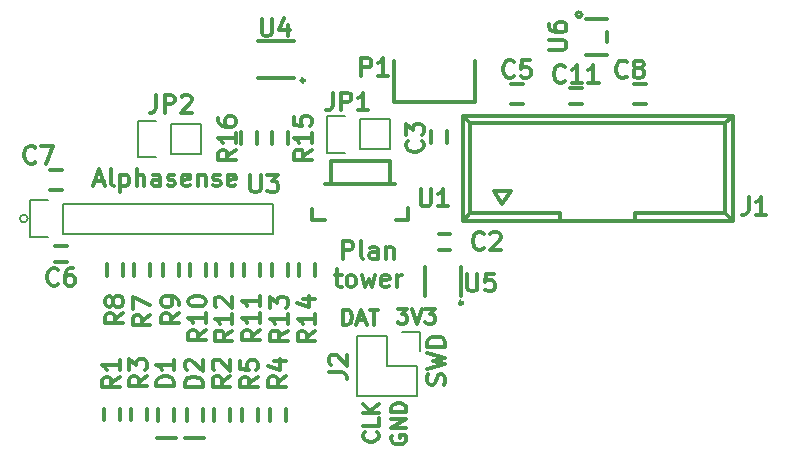
<source format=gto>
G04 #@! TF.FileFunction,Legend,Top*
%FSLAX46Y46*%
G04 Gerber Fmt 4.6, Leading zero omitted, Abs format (unit mm)*
G04 Created by KiCad (PCBNEW 4.0.0-rc1-stable) date 2.2.2017 17:57:57*
%MOMM*%
G01*
G04 APERTURE LIST*
%ADD10C,0.100000*%
%ADD11C,0.300000*%
%ADD12C,0.200000*%
%ADD13C,0.150000*%
G04 APERTURE END LIST*
D10*
D11*
X27847143Y20021429D02*
X27847143Y21521429D01*
X28418571Y21521429D01*
X28561429Y21450000D01*
X28632857Y21378571D01*
X28704286Y21235714D01*
X28704286Y21021429D01*
X28632857Y20878571D01*
X28561429Y20807143D01*
X28418571Y20735714D01*
X27847143Y20735714D01*
X29561429Y20021429D02*
X29418571Y20092857D01*
X29347143Y20235714D01*
X29347143Y21521429D01*
X30775714Y20021429D02*
X30775714Y20807143D01*
X30704285Y20950000D01*
X30561428Y21021429D01*
X30275714Y21021429D01*
X30132857Y20950000D01*
X30775714Y20092857D02*
X30632857Y20021429D01*
X30275714Y20021429D01*
X30132857Y20092857D01*
X30061428Y20235714D01*
X30061428Y20378571D01*
X30132857Y20521429D01*
X30275714Y20592857D01*
X30632857Y20592857D01*
X30775714Y20664286D01*
X31490000Y21021429D02*
X31490000Y20021429D01*
X31490000Y20878571D02*
X31561428Y20950000D01*
X31704286Y21021429D01*
X31918571Y21021429D01*
X32061428Y20950000D01*
X32132857Y20807143D01*
X32132857Y20021429D01*
X27132857Y18621429D02*
X27704286Y18621429D01*
X27347143Y19121429D02*
X27347143Y17835714D01*
X27418571Y17692857D01*
X27561429Y17621429D01*
X27704286Y17621429D01*
X28418572Y17621429D02*
X28275714Y17692857D01*
X28204286Y17764286D01*
X28132857Y17907143D01*
X28132857Y18335714D01*
X28204286Y18478571D01*
X28275714Y18550000D01*
X28418572Y18621429D01*
X28632857Y18621429D01*
X28775714Y18550000D01*
X28847143Y18478571D01*
X28918572Y18335714D01*
X28918572Y17907143D01*
X28847143Y17764286D01*
X28775714Y17692857D01*
X28632857Y17621429D01*
X28418572Y17621429D01*
X29418572Y18621429D02*
X29704286Y17621429D01*
X29990000Y18335714D01*
X30275715Y17621429D01*
X30561429Y18621429D01*
X31704286Y17692857D02*
X31561429Y17621429D01*
X31275715Y17621429D01*
X31132858Y17692857D01*
X31061429Y17835714D01*
X31061429Y18407143D01*
X31132858Y18550000D01*
X31275715Y18621429D01*
X31561429Y18621429D01*
X31704286Y18550000D01*
X31775715Y18407143D01*
X31775715Y18264286D01*
X31061429Y18121429D01*
X32418572Y17621429D02*
X32418572Y18621429D01*
X32418572Y18335714D02*
X32490000Y18478571D01*
X32561429Y18550000D01*
X32704286Y18621429D01*
X32847143Y18621429D01*
X6845714Y26580000D02*
X7560000Y26580000D01*
X6702857Y26151429D02*
X7202857Y27651429D01*
X7702857Y26151429D01*
X8417143Y26151429D02*
X8274285Y26222857D01*
X8202857Y26365714D01*
X8202857Y27651429D01*
X8988571Y27151429D02*
X8988571Y25651429D01*
X8988571Y27080000D02*
X9131428Y27151429D01*
X9417142Y27151429D01*
X9559999Y27080000D01*
X9631428Y27008571D01*
X9702857Y26865714D01*
X9702857Y26437143D01*
X9631428Y26294286D01*
X9559999Y26222857D01*
X9417142Y26151429D01*
X9131428Y26151429D01*
X8988571Y26222857D01*
X10345714Y26151429D02*
X10345714Y27651429D01*
X10988571Y26151429D02*
X10988571Y26937143D01*
X10917142Y27080000D01*
X10774285Y27151429D01*
X10560000Y27151429D01*
X10417142Y27080000D01*
X10345714Y27008571D01*
X12345714Y26151429D02*
X12345714Y26937143D01*
X12274285Y27080000D01*
X12131428Y27151429D01*
X11845714Y27151429D01*
X11702857Y27080000D01*
X12345714Y26222857D02*
X12202857Y26151429D01*
X11845714Y26151429D01*
X11702857Y26222857D01*
X11631428Y26365714D01*
X11631428Y26508571D01*
X11702857Y26651429D01*
X11845714Y26722857D01*
X12202857Y26722857D01*
X12345714Y26794286D01*
X12988571Y26222857D02*
X13131428Y26151429D01*
X13417143Y26151429D01*
X13560000Y26222857D01*
X13631428Y26365714D01*
X13631428Y26437143D01*
X13560000Y26580000D01*
X13417143Y26651429D01*
X13202857Y26651429D01*
X13060000Y26722857D01*
X12988571Y26865714D01*
X12988571Y26937143D01*
X13060000Y27080000D01*
X13202857Y27151429D01*
X13417143Y27151429D01*
X13560000Y27080000D01*
X14845714Y26222857D02*
X14702857Y26151429D01*
X14417143Y26151429D01*
X14274286Y26222857D01*
X14202857Y26365714D01*
X14202857Y26937143D01*
X14274286Y27080000D01*
X14417143Y27151429D01*
X14702857Y27151429D01*
X14845714Y27080000D01*
X14917143Y26937143D01*
X14917143Y26794286D01*
X14202857Y26651429D01*
X15560000Y27151429D02*
X15560000Y26151429D01*
X15560000Y27008571D02*
X15631428Y27080000D01*
X15774286Y27151429D01*
X15988571Y27151429D01*
X16131428Y27080000D01*
X16202857Y26937143D01*
X16202857Y26151429D01*
X16845714Y26222857D02*
X16988571Y26151429D01*
X17274286Y26151429D01*
X17417143Y26222857D01*
X17488571Y26365714D01*
X17488571Y26437143D01*
X17417143Y26580000D01*
X17274286Y26651429D01*
X17060000Y26651429D01*
X16917143Y26722857D01*
X16845714Y26865714D01*
X16845714Y26937143D01*
X16917143Y27080000D01*
X17060000Y27151429D01*
X17274286Y27151429D01*
X17417143Y27080000D01*
X18702857Y26222857D02*
X18560000Y26151429D01*
X18274286Y26151429D01*
X18131429Y26222857D01*
X18060000Y26365714D01*
X18060000Y26937143D01*
X18131429Y27080000D01*
X18274286Y27151429D01*
X18560000Y27151429D01*
X18702857Y27080000D01*
X18774286Y26937143D01*
X18774286Y26794286D01*
X18060000Y26651429D01*
D12*
X1124500Y23420000D02*
G75*
G03X1124500Y23420000I-324500J0D01*
G01*
D11*
X36407143Y9364286D02*
X36478571Y9578572D01*
X36478571Y9935715D01*
X36407143Y10078572D01*
X36335714Y10150001D01*
X36192857Y10221429D01*
X36050000Y10221429D01*
X35907143Y10150001D01*
X35835714Y10078572D01*
X35764286Y9935715D01*
X35692857Y9650001D01*
X35621429Y9507143D01*
X35550000Y9435715D01*
X35407143Y9364286D01*
X35264286Y9364286D01*
X35121429Y9435715D01*
X35050000Y9507143D01*
X34978571Y9650001D01*
X34978571Y10007143D01*
X35050000Y10221429D01*
X34978571Y10721429D02*
X36478571Y11078572D01*
X35407143Y11364286D01*
X36478571Y11650000D01*
X34978571Y12007143D01*
X36478571Y12578572D02*
X34978571Y12578572D01*
X34978571Y12935715D01*
X35050000Y13150000D01*
X35192857Y13292858D01*
X35335714Y13364286D01*
X35621429Y13435715D01*
X35835714Y13435715D01*
X36121429Y13364286D01*
X36264286Y13292858D01*
X36407143Y13150000D01*
X36478571Y12935715D01*
X36478571Y12578572D01*
X31960000Y5049524D02*
X31898095Y4925715D01*
X31898095Y4740000D01*
X31960000Y4554286D01*
X32083810Y4430477D01*
X32207619Y4368572D01*
X32455238Y4306667D01*
X32640952Y4306667D01*
X32888571Y4368572D01*
X33012381Y4430477D01*
X33136190Y4554286D01*
X33198095Y4740000D01*
X33198095Y4863810D01*
X33136190Y5049524D01*
X33074286Y5111429D01*
X32640952Y5111429D01*
X32640952Y4863810D01*
X33198095Y5668572D02*
X31898095Y5668572D01*
X33198095Y6411429D01*
X31898095Y6411429D01*
X33198095Y7030477D02*
X31898095Y7030477D01*
X31898095Y7340001D01*
X31960000Y7525715D01*
X32083810Y7649524D01*
X32207619Y7711429D01*
X32455238Y7773334D01*
X32640952Y7773334D01*
X32888571Y7711429D01*
X33012381Y7649524D01*
X33136190Y7525715D01*
X33198095Y7340001D01*
X33198095Y7030477D01*
X30724286Y5341191D02*
X30786190Y5279286D01*
X30848095Y5093572D01*
X30848095Y4969762D01*
X30786190Y4784048D01*
X30662381Y4660239D01*
X30538571Y4598334D01*
X30290952Y4536429D01*
X30105238Y4536429D01*
X29857619Y4598334D01*
X29733810Y4660239D01*
X29610000Y4784048D01*
X29548095Y4969762D01*
X29548095Y5093572D01*
X29610000Y5279286D01*
X29671905Y5341191D01*
X30848095Y6517381D02*
X30848095Y5898334D01*
X29548095Y5898334D01*
X30848095Y6950715D02*
X29548095Y6950715D01*
X30848095Y7693572D02*
X30105238Y7136429D01*
X29548095Y7693572D02*
X30290952Y6950715D01*
X32460476Y15801905D02*
X33265238Y15801905D01*
X32831905Y15306667D01*
X33017619Y15306667D01*
X33141429Y15244762D01*
X33203333Y15182857D01*
X33265238Y15059048D01*
X33265238Y14749524D01*
X33203333Y14625714D01*
X33141429Y14563810D01*
X33017619Y14501905D01*
X32646191Y14501905D01*
X32522381Y14563810D01*
X32460476Y14625714D01*
X33636667Y15801905D02*
X34070000Y14501905D01*
X34503333Y15801905D01*
X34812857Y15801905D02*
X35617619Y15801905D01*
X35184286Y15306667D01*
X35370000Y15306667D01*
X35493810Y15244762D01*
X35555714Y15182857D01*
X35617619Y15059048D01*
X35617619Y14749524D01*
X35555714Y14625714D01*
X35493810Y14563810D01*
X35370000Y14501905D01*
X34998572Y14501905D01*
X34874762Y14563810D01*
X34812857Y14625714D01*
X27847143Y14421905D02*
X27847143Y15721905D01*
X28156667Y15721905D01*
X28342381Y15660000D01*
X28466190Y15536190D01*
X28528095Y15412381D01*
X28590000Y15164762D01*
X28590000Y14979048D01*
X28528095Y14731429D01*
X28466190Y14607619D01*
X28342381Y14483810D01*
X28156667Y14421905D01*
X27847143Y14421905D01*
X29085238Y14793333D02*
X29704286Y14793333D01*
X28961429Y14421905D02*
X29394762Y15721905D01*
X29828095Y14421905D01*
X30075715Y15721905D02*
X30818572Y15721905D01*
X30447143Y14421905D02*
X30447143Y15721905D01*
X48033607Y40680000D02*
G75*
G03X48033607Y40680000I-223607J0D01*
G01*
X50185000Y39180000D02*
X50185000Y38780000D01*
X50185000Y38780000D02*
X50185000Y38380000D01*
X50185000Y40305000D02*
X48435000Y40305000D01*
X50185000Y37255000D02*
X48435000Y37255000D01*
X37964222Y16280000D02*
G75*
G03X37964222Y16280000I-144222J0D01*
G01*
X34800000Y19340000D02*
X34800000Y16840000D01*
X37800000Y19340000D02*
X37800000Y16840000D01*
X24551421Y35130000D02*
G75*
G03X24551421Y35130000I-141421J0D01*
G01*
X20610000Y35330000D02*
X23710000Y35330000D01*
X20610000Y38430000D02*
X23710000Y38430000D01*
D13*
X4160000Y22150000D02*
X21940000Y22150000D01*
X21940000Y22150000D02*
X21940000Y24690000D01*
X21940000Y24690000D02*
X4160000Y24690000D01*
X1340000Y21870000D02*
X2890000Y21870000D01*
X4160000Y22150000D02*
X4160000Y24690000D01*
X2890000Y24970000D02*
X1340000Y24970000D01*
X1340000Y24970000D02*
X1340000Y21870000D01*
D11*
X26780000Y26310000D02*
X26330000Y26310000D01*
X31780000Y26310000D02*
X32230000Y26310000D01*
X31780000Y26310000D02*
X31780000Y28310000D01*
X31780000Y28310000D02*
X26780000Y28310000D01*
X26780000Y28310000D02*
X26780000Y26310000D01*
X26780000Y26310000D02*
X29280000Y26310000D01*
X29280000Y26310000D02*
X31780000Y26310000D01*
X25230000Y23310000D02*
X25230000Y24210000D01*
X26280000Y23310000D02*
X25230000Y23310000D01*
X33330000Y24310000D02*
X33330000Y23310000D01*
X33330000Y23310000D02*
X32280000Y23310000D01*
X19225000Y29730000D02*
X19225000Y30730000D01*
X20575000Y30730000D02*
X20575000Y29730000D01*
X21815000Y29730000D02*
X21815000Y30730000D01*
X23165000Y30730000D02*
X23165000Y29730000D01*
X25480000Y19580000D02*
X25480000Y18580000D01*
X24130000Y18580000D02*
X24130000Y19580000D01*
X21805000Y18580000D02*
X21805000Y19580000D01*
X23155000Y19580000D02*
X23155000Y18580000D01*
X18455000Y19580000D02*
X18455000Y18580000D01*
X17105000Y18580000D02*
X17105000Y19580000D01*
X19455000Y18580000D02*
X19455000Y19580000D01*
X20805000Y19580000D02*
X20805000Y18580000D01*
X16235000Y19570000D02*
X16235000Y18570000D01*
X14885000Y18570000D02*
X14885000Y19570000D01*
X13955000Y19570000D02*
X13955000Y18570000D01*
X12605000Y18570000D02*
X12605000Y19570000D01*
X9215000Y19570000D02*
X9215000Y18570000D01*
X7865000Y18570000D02*
X7865000Y19570000D01*
X11525000Y19570000D02*
X11525000Y18570000D01*
X10175000Y18570000D02*
X10175000Y19570000D01*
X19295000Y6300000D02*
X19295000Y7300000D01*
X20645000Y7300000D02*
X20645000Y6300000D01*
X21665000Y6300000D02*
X21665000Y7300000D01*
X23015000Y7300000D02*
X23015000Y6300000D01*
X11235000Y7330000D02*
X11235000Y6330000D01*
X9885000Y6330000D02*
X9885000Y7330000D01*
X18285000Y7300000D02*
X18285000Y6300000D01*
X16935000Y6300000D02*
X16935000Y7300000D01*
X7585000Y6330000D02*
X7585000Y7330000D01*
X8935000Y7330000D02*
X8935000Y6330000D01*
D13*
X10470000Y28620000D02*
X12020000Y28620000D01*
X15830000Y28900000D02*
X13290000Y28900000D01*
X13290000Y28900000D02*
X13290000Y31440000D01*
X12020000Y31720000D02*
X10470000Y31720000D01*
X10470000Y31720000D02*
X10470000Y28620000D01*
X13290000Y31440000D02*
X15830000Y31440000D01*
X15830000Y31440000D02*
X15830000Y28900000D01*
X26480000Y28990000D02*
X28030000Y28990000D01*
X31840000Y29270000D02*
X29300000Y29270000D01*
X29300000Y29270000D02*
X29300000Y31810000D01*
X28030000Y32090000D02*
X26480000Y32090000D01*
X26480000Y32090000D02*
X26480000Y28990000D01*
X29300000Y31810000D02*
X31840000Y31810000D01*
X31840000Y31810000D02*
X31840000Y29270000D01*
D11*
X58280000Y23245000D02*
X60820000Y23245000D01*
X57645000Y23880000D02*
X60185000Y23880000D01*
X57645000Y31500000D02*
X60185000Y31500000D01*
X58280000Y32135000D02*
X60820000Y32135000D01*
X38595000Y31500000D02*
X37960000Y32135000D01*
X38595000Y23880000D02*
X37960000Y23245000D01*
X60185000Y23880000D02*
X60820000Y23245000D01*
X60185000Y31500000D02*
X60820000Y32135000D01*
X52565000Y23245000D02*
X52565000Y23880000D01*
X52565000Y23880000D02*
X57645000Y23880000D01*
X60185000Y23880000D02*
X60185000Y31500000D01*
X57645000Y31500000D02*
X38595000Y31500000D01*
X38595000Y31500000D02*
X38595000Y23880000D01*
X38595000Y23880000D02*
X46215000Y23880000D01*
X46215000Y23880000D02*
X46215000Y23245000D01*
X37960000Y23245000D02*
X58280000Y23245000D01*
X58280000Y32135000D02*
X37960000Y32135000D01*
X37960000Y32135000D02*
X37960000Y23245000D01*
X60820000Y32135000D02*
X60820000Y23245000D01*
X40621920Y25721500D02*
X41320420Y24652160D01*
X41320420Y24652160D02*
X42021460Y25721500D01*
X42021460Y25721500D02*
X40621920Y25721500D01*
X14460000Y4810000D02*
X16050000Y4810000D01*
X15935000Y7310000D02*
X15935000Y6310000D01*
X14585000Y6310000D02*
X14585000Y7310000D01*
X12060000Y4810000D02*
X13650000Y4810000D01*
X13535000Y7310000D02*
X13535000Y6310000D01*
X12185000Y6310000D02*
X12185000Y7310000D01*
X53500000Y34800000D02*
X52500000Y34800000D01*
X52500000Y33100000D02*
X53500000Y33100000D01*
X3050000Y25830000D02*
X4050000Y25830000D01*
X4050000Y27530000D02*
X3050000Y27530000D01*
X4480000Y19725000D02*
X3480000Y19725000D01*
X3480000Y21075000D02*
X4480000Y21075000D01*
X43050000Y34840000D02*
X42050000Y34840000D01*
X42050000Y33140000D02*
X43050000Y33140000D01*
X35255000Y29810000D02*
X35255000Y30810000D01*
X36605000Y30810000D02*
X36605000Y29810000D01*
X36930000Y20775000D02*
X35930000Y20775000D01*
X35930000Y22125000D02*
X36930000Y22125000D01*
X47070000Y34455000D02*
X48070000Y34455000D01*
X48070000Y33105000D02*
X47070000Y33105000D01*
D13*
X34360000Y13790000D02*
X32810000Y13790000D01*
X34360000Y12240000D02*
X34360000Y13790000D01*
X34360000Y12240000D02*
X34360000Y13790000D01*
X34080000Y10970000D02*
X31540000Y10970000D01*
X31540000Y10970000D02*
X31540000Y13510000D01*
X31540000Y13510000D02*
X29000000Y13510000D01*
X29000000Y13510000D02*
X29000000Y8430000D01*
X29000000Y8430000D02*
X34080000Y8430000D01*
X34080000Y8430000D02*
X34080000Y10970000D01*
D11*
X39030000Y33315000D02*
X39030000Y36770000D01*
X32170000Y36770000D02*
X32170000Y33315000D01*
X32170000Y33315000D02*
X39030000Y33315000D01*
X45248571Y37697143D02*
X46462857Y37697143D01*
X46605714Y37768571D01*
X46677143Y37840000D01*
X46748571Y37982857D01*
X46748571Y38268571D01*
X46677143Y38411429D01*
X46605714Y38482857D01*
X46462857Y38554286D01*
X45248571Y38554286D01*
X45248571Y39911429D02*
X45248571Y39625715D01*
X45320000Y39482858D01*
X45391429Y39411429D01*
X45605714Y39268572D01*
X45891429Y39197143D01*
X46462857Y39197143D01*
X46605714Y39268572D01*
X46677143Y39340000D01*
X46748571Y39482858D01*
X46748571Y39768572D01*
X46677143Y39911429D01*
X46605714Y39982858D01*
X46462857Y40054286D01*
X46105714Y40054286D01*
X45962857Y39982858D01*
X45891429Y39911429D01*
X45820000Y39768572D01*
X45820000Y39482858D01*
X45891429Y39340000D01*
X45962857Y39268572D01*
X46105714Y39197143D01*
X38357143Y18761429D02*
X38357143Y17547143D01*
X38428571Y17404286D01*
X38500000Y17332857D01*
X38642857Y17261429D01*
X38928571Y17261429D01*
X39071429Y17332857D01*
X39142857Y17404286D01*
X39214286Y17547143D01*
X39214286Y18761429D01*
X40642858Y18761429D02*
X39928572Y18761429D01*
X39857143Y18047143D01*
X39928572Y18118571D01*
X40071429Y18190000D01*
X40428572Y18190000D01*
X40571429Y18118571D01*
X40642858Y18047143D01*
X40714286Y17904286D01*
X40714286Y17547143D01*
X40642858Y17404286D01*
X40571429Y17332857D01*
X40428572Y17261429D01*
X40071429Y17261429D01*
X39928572Y17332857D01*
X39857143Y17404286D01*
X20947143Y40351429D02*
X20947143Y39137143D01*
X21018571Y38994286D01*
X21090000Y38922857D01*
X21232857Y38851429D01*
X21518571Y38851429D01*
X21661429Y38922857D01*
X21732857Y38994286D01*
X21804286Y39137143D01*
X21804286Y40351429D01*
X23161429Y39851429D02*
X23161429Y38851429D01*
X22804286Y40422857D02*
X22447143Y39351429D01*
X23375715Y39351429D01*
X19987143Y27141429D02*
X19987143Y25927143D01*
X20058571Y25784286D01*
X20130000Y25712857D01*
X20272857Y25641429D01*
X20558571Y25641429D01*
X20701429Y25712857D01*
X20772857Y25784286D01*
X20844286Y25927143D01*
X20844286Y27141429D01*
X21415715Y27141429D02*
X22344286Y27141429D01*
X21844286Y26570000D01*
X22058572Y26570000D01*
X22201429Y26498571D01*
X22272858Y26427143D01*
X22344286Y26284286D01*
X22344286Y25927143D01*
X22272858Y25784286D01*
X22201429Y25712857D01*
X22058572Y25641429D01*
X21630000Y25641429D01*
X21487143Y25712857D01*
X21415715Y25784286D01*
X34397143Y25951429D02*
X34397143Y24737143D01*
X34468571Y24594286D01*
X34540000Y24522857D01*
X34682857Y24451429D01*
X34968571Y24451429D01*
X35111429Y24522857D01*
X35182857Y24594286D01*
X35254286Y24737143D01*
X35254286Y25951429D01*
X36754286Y24451429D02*
X35897143Y24451429D01*
X36325715Y24451429D02*
X36325715Y25951429D01*
X36182858Y25737143D01*
X36040000Y25594286D01*
X35897143Y25522857D01*
X18758571Y29215715D02*
X18044286Y28715715D01*
X18758571Y28358572D02*
X17258571Y28358572D01*
X17258571Y28930000D01*
X17330000Y29072858D01*
X17401429Y29144286D01*
X17544286Y29215715D01*
X17758571Y29215715D01*
X17901429Y29144286D01*
X17972857Y29072858D01*
X18044286Y28930000D01*
X18044286Y28358572D01*
X18758571Y30644286D02*
X18758571Y29787143D01*
X18758571Y30215715D02*
X17258571Y30215715D01*
X17472857Y30072858D01*
X17615714Y29930000D01*
X17687143Y29787143D01*
X17258571Y31930000D02*
X17258571Y31644286D01*
X17330000Y31501429D01*
X17401429Y31430000D01*
X17615714Y31287143D01*
X17901429Y31215714D01*
X18472857Y31215714D01*
X18615714Y31287143D01*
X18687143Y31358571D01*
X18758571Y31501429D01*
X18758571Y31787143D01*
X18687143Y31930000D01*
X18615714Y32001429D01*
X18472857Y32072857D01*
X18115714Y32072857D01*
X17972857Y32001429D01*
X17901429Y31930000D01*
X17830000Y31787143D01*
X17830000Y31501429D01*
X17901429Y31358571D01*
X17972857Y31287143D01*
X18115714Y31215714D01*
X25178571Y29255715D02*
X24464286Y28755715D01*
X25178571Y28398572D02*
X23678571Y28398572D01*
X23678571Y28970000D01*
X23750000Y29112858D01*
X23821429Y29184286D01*
X23964286Y29255715D01*
X24178571Y29255715D01*
X24321429Y29184286D01*
X24392857Y29112858D01*
X24464286Y28970000D01*
X24464286Y28398572D01*
X25178571Y30684286D02*
X25178571Y29827143D01*
X25178571Y30255715D02*
X23678571Y30255715D01*
X23892857Y30112858D01*
X24035714Y29970000D01*
X24107143Y29827143D01*
X23678571Y32041429D02*
X23678571Y31327143D01*
X24392857Y31255714D01*
X24321429Y31327143D01*
X24250000Y31470000D01*
X24250000Y31827143D01*
X24321429Y31970000D01*
X24392857Y32041429D01*
X24535714Y32112857D01*
X24892857Y32112857D01*
X25035714Y32041429D01*
X25107143Y31970000D01*
X25178571Y31827143D01*
X25178571Y31470000D01*
X25107143Y31327143D01*
X25035714Y31255714D01*
X25483571Y13915715D02*
X24769286Y13415715D01*
X25483571Y13058572D02*
X23983571Y13058572D01*
X23983571Y13630000D01*
X24055000Y13772858D01*
X24126429Y13844286D01*
X24269286Y13915715D01*
X24483571Y13915715D01*
X24626429Y13844286D01*
X24697857Y13772858D01*
X24769286Y13630000D01*
X24769286Y13058572D01*
X25483571Y15344286D02*
X25483571Y14487143D01*
X25483571Y14915715D02*
X23983571Y14915715D01*
X24197857Y14772858D01*
X24340714Y14630000D01*
X24412143Y14487143D01*
X24483571Y16630000D02*
X25483571Y16630000D01*
X23912143Y16272857D02*
X24983571Y15915714D01*
X24983571Y16844286D01*
X23158571Y13940715D02*
X22444286Y13440715D01*
X23158571Y13083572D02*
X21658571Y13083572D01*
X21658571Y13655000D01*
X21730000Y13797858D01*
X21801429Y13869286D01*
X21944286Y13940715D01*
X22158571Y13940715D01*
X22301429Y13869286D01*
X22372857Y13797858D01*
X22444286Y13655000D01*
X22444286Y13083572D01*
X23158571Y15369286D02*
X23158571Y14512143D01*
X23158571Y14940715D02*
X21658571Y14940715D01*
X21872857Y14797858D01*
X22015714Y14655000D01*
X22087143Y14512143D01*
X21658571Y15869286D02*
X21658571Y16797857D01*
X22230000Y16297857D01*
X22230000Y16512143D01*
X22301429Y16655000D01*
X22372857Y16726429D01*
X22515714Y16797857D01*
X22872857Y16797857D01*
X23015714Y16726429D01*
X23087143Y16655000D01*
X23158571Y16512143D01*
X23158571Y16083571D01*
X23087143Y15940714D01*
X23015714Y15869286D01*
X18458571Y13940715D02*
X17744286Y13440715D01*
X18458571Y13083572D02*
X16958571Y13083572D01*
X16958571Y13655000D01*
X17030000Y13797858D01*
X17101429Y13869286D01*
X17244286Y13940715D01*
X17458571Y13940715D01*
X17601429Y13869286D01*
X17672857Y13797858D01*
X17744286Y13655000D01*
X17744286Y13083572D01*
X18458571Y15369286D02*
X18458571Y14512143D01*
X18458571Y14940715D02*
X16958571Y14940715D01*
X17172857Y14797858D01*
X17315714Y14655000D01*
X17387143Y14512143D01*
X17101429Y15940714D02*
X17030000Y16012143D01*
X16958571Y16155000D01*
X16958571Y16512143D01*
X17030000Y16655000D01*
X17101429Y16726429D01*
X17244286Y16797857D01*
X17387143Y16797857D01*
X17601429Y16726429D01*
X18458571Y15869286D01*
X18458571Y16797857D01*
X20808571Y13990715D02*
X20094286Y13490715D01*
X20808571Y13133572D02*
X19308571Y13133572D01*
X19308571Y13705000D01*
X19380000Y13847858D01*
X19451429Y13919286D01*
X19594286Y13990715D01*
X19808571Y13990715D01*
X19951429Y13919286D01*
X20022857Y13847858D01*
X20094286Y13705000D01*
X20094286Y13133572D01*
X20808571Y15419286D02*
X20808571Y14562143D01*
X20808571Y14990715D02*
X19308571Y14990715D01*
X19522857Y14847858D01*
X19665714Y14705000D01*
X19737143Y14562143D01*
X20808571Y16847857D02*
X20808571Y15990714D01*
X20808571Y16419286D02*
X19308571Y16419286D01*
X19522857Y16276429D01*
X19665714Y16133571D01*
X19737143Y15990714D01*
X16238571Y13980715D02*
X15524286Y13480715D01*
X16238571Y13123572D02*
X14738571Y13123572D01*
X14738571Y13695000D01*
X14810000Y13837858D01*
X14881429Y13909286D01*
X15024286Y13980715D01*
X15238571Y13980715D01*
X15381429Y13909286D01*
X15452857Y13837858D01*
X15524286Y13695000D01*
X15524286Y13123572D01*
X16238571Y15409286D02*
X16238571Y14552143D01*
X16238571Y14980715D02*
X14738571Y14980715D01*
X14952857Y14837858D01*
X15095714Y14695000D01*
X15167143Y14552143D01*
X14738571Y16337857D02*
X14738571Y16480714D01*
X14810000Y16623571D01*
X14881429Y16695000D01*
X15024286Y16766429D01*
X15310000Y16837857D01*
X15667143Y16837857D01*
X15952857Y16766429D01*
X16095714Y16695000D01*
X16167143Y16623571D01*
X16238571Y16480714D01*
X16238571Y16337857D01*
X16167143Y16195000D01*
X16095714Y16123571D01*
X15952857Y16052143D01*
X15667143Y15980714D01*
X15310000Y15980714D01*
X15024286Y16052143D01*
X14881429Y16123571D01*
X14810000Y16195000D01*
X14738571Y16337857D01*
X13958571Y15395001D02*
X13244286Y14895001D01*
X13958571Y14537858D02*
X12458571Y14537858D01*
X12458571Y15109286D01*
X12530000Y15252144D01*
X12601429Y15323572D01*
X12744286Y15395001D01*
X12958571Y15395001D01*
X13101429Y15323572D01*
X13172857Y15252144D01*
X13244286Y15109286D01*
X13244286Y14537858D01*
X13958571Y16109286D02*
X13958571Y16395001D01*
X13887143Y16537858D01*
X13815714Y16609286D01*
X13601429Y16752144D01*
X13315714Y16823572D01*
X12744286Y16823572D01*
X12601429Y16752144D01*
X12530000Y16680715D01*
X12458571Y16537858D01*
X12458571Y16252144D01*
X12530000Y16109286D01*
X12601429Y16037858D01*
X12744286Y15966429D01*
X13101429Y15966429D01*
X13244286Y16037858D01*
X13315714Y16109286D01*
X13387143Y16252144D01*
X13387143Y16537858D01*
X13315714Y16680715D01*
X13244286Y16752144D01*
X13101429Y16823572D01*
X9218571Y15395001D02*
X8504286Y14895001D01*
X9218571Y14537858D02*
X7718571Y14537858D01*
X7718571Y15109286D01*
X7790000Y15252144D01*
X7861429Y15323572D01*
X8004286Y15395001D01*
X8218571Y15395001D01*
X8361429Y15323572D01*
X8432857Y15252144D01*
X8504286Y15109286D01*
X8504286Y14537858D01*
X8361429Y16252144D02*
X8290000Y16109286D01*
X8218571Y16037858D01*
X8075714Y15966429D01*
X8004286Y15966429D01*
X7861429Y16037858D01*
X7790000Y16109286D01*
X7718571Y16252144D01*
X7718571Y16537858D01*
X7790000Y16680715D01*
X7861429Y16752144D01*
X8004286Y16823572D01*
X8075714Y16823572D01*
X8218571Y16752144D01*
X8290000Y16680715D01*
X8361429Y16537858D01*
X8361429Y16252144D01*
X8432857Y16109286D01*
X8504286Y16037858D01*
X8647143Y15966429D01*
X8932857Y15966429D01*
X9075714Y16037858D01*
X9147143Y16109286D01*
X9218571Y16252144D01*
X9218571Y16537858D01*
X9147143Y16680715D01*
X9075714Y16752144D01*
X8932857Y16823572D01*
X8647143Y16823572D01*
X8504286Y16752144D01*
X8432857Y16680715D01*
X8361429Y16537858D01*
X11528571Y15270001D02*
X10814286Y14770001D01*
X11528571Y14412858D02*
X10028571Y14412858D01*
X10028571Y14984286D01*
X10100000Y15127144D01*
X10171429Y15198572D01*
X10314286Y15270001D01*
X10528571Y15270001D01*
X10671429Y15198572D01*
X10742857Y15127144D01*
X10814286Y14984286D01*
X10814286Y14412858D01*
X10028571Y15770001D02*
X10028571Y16770001D01*
X11528571Y16127144D01*
X20623571Y10000001D02*
X19909286Y9500001D01*
X20623571Y9142858D02*
X19123571Y9142858D01*
X19123571Y9714286D01*
X19195000Y9857144D01*
X19266429Y9928572D01*
X19409286Y10000001D01*
X19623571Y10000001D01*
X19766429Y9928572D01*
X19837857Y9857144D01*
X19909286Y9714286D01*
X19909286Y9142858D01*
X19123571Y11357144D02*
X19123571Y10642858D01*
X19837857Y10571429D01*
X19766429Y10642858D01*
X19695000Y10785715D01*
X19695000Y11142858D01*
X19766429Y11285715D01*
X19837857Y11357144D01*
X19980714Y11428572D01*
X20337857Y11428572D01*
X20480714Y11357144D01*
X20552143Y11285715D01*
X20623571Y11142858D01*
X20623571Y10785715D01*
X20552143Y10642858D01*
X20480714Y10571429D01*
X23018571Y10050001D02*
X22304286Y9550001D01*
X23018571Y9192858D02*
X21518571Y9192858D01*
X21518571Y9764286D01*
X21590000Y9907144D01*
X21661429Y9978572D01*
X21804286Y10050001D01*
X22018571Y10050001D01*
X22161429Y9978572D01*
X22232857Y9907144D01*
X22304286Y9764286D01*
X22304286Y9192858D01*
X22018571Y11335715D02*
X23018571Y11335715D01*
X21447143Y10978572D02*
X22518571Y10621429D01*
X22518571Y11550001D01*
X11238571Y10080001D02*
X10524286Y9580001D01*
X11238571Y9222858D02*
X9738571Y9222858D01*
X9738571Y9794286D01*
X9810000Y9937144D01*
X9881429Y10008572D01*
X10024286Y10080001D01*
X10238571Y10080001D01*
X10381429Y10008572D01*
X10452857Y9937144D01*
X10524286Y9794286D01*
X10524286Y9222858D01*
X9738571Y10580001D02*
X9738571Y11508572D01*
X10310000Y11008572D01*
X10310000Y11222858D01*
X10381429Y11365715D01*
X10452857Y11437144D01*
X10595714Y11508572D01*
X10952857Y11508572D01*
X11095714Y11437144D01*
X11167143Y11365715D01*
X11238571Y11222858D01*
X11238571Y10794286D01*
X11167143Y10651429D01*
X11095714Y10580001D01*
X18288571Y10050001D02*
X17574286Y9550001D01*
X18288571Y9192858D02*
X16788571Y9192858D01*
X16788571Y9764286D01*
X16860000Y9907144D01*
X16931429Y9978572D01*
X17074286Y10050001D01*
X17288571Y10050001D01*
X17431429Y9978572D01*
X17502857Y9907144D01*
X17574286Y9764286D01*
X17574286Y9192858D01*
X16931429Y10621429D02*
X16860000Y10692858D01*
X16788571Y10835715D01*
X16788571Y11192858D01*
X16860000Y11335715D01*
X16931429Y11407144D01*
X17074286Y11478572D01*
X17217143Y11478572D01*
X17431429Y11407144D01*
X18288571Y10550001D01*
X18288571Y11478572D01*
X8938571Y10005001D02*
X8224286Y9505001D01*
X8938571Y9147858D02*
X7438571Y9147858D01*
X7438571Y9719286D01*
X7510000Y9862144D01*
X7581429Y9933572D01*
X7724286Y10005001D01*
X7938571Y10005001D01*
X8081429Y9933572D01*
X8152857Y9862144D01*
X8224286Y9719286D01*
X8224286Y9147858D01*
X8938571Y11433572D02*
X8938571Y10576429D01*
X8938571Y11005001D02*
X7438571Y11005001D01*
X7652857Y10862144D01*
X7795714Y10719286D01*
X7867143Y10576429D01*
X12020000Y33891429D02*
X12020000Y32820000D01*
X11948572Y32605714D01*
X11805715Y32462857D01*
X11591429Y32391429D01*
X11448572Y32391429D01*
X12734286Y32391429D02*
X12734286Y33891429D01*
X13305714Y33891429D01*
X13448572Y33820000D01*
X13520000Y33748571D01*
X13591429Y33605714D01*
X13591429Y33391429D01*
X13520000Y33248571D01*
X13448572Y33177143D01*
X13305714Y33105714D01*
X12734286Y33105714D01*
X14162857Y33748571D02*
X14234286Y33820000D01*
X14377143Y33891429D01*
X14734286Y33891429D01*
X14877143Y33820000D01*
X14948572Y33748571D01*
X15020000Y33605714D01*
X15020000Y33462857D01*
X14948572Y33248571D01*
X14091429Y32391429D01*
X15020000Y32391429D01*
X26970000Y34071429D02*
X26970000Y33000000D01*
X26898572Y32785714D01*
X26755715Y32642857D01*
X26541429Y32571429D01*
X26398572Y32571429D01*
X27684286Y32571429D02*
X27684286Y34071429D01*
X28255714Y34071429D01*
X28398572Y34000000D01*
X28470000Y33928571D01*
X28541429Y33785714D01*
X28541429Y33571429D01*
X28470000Y33428571D01*
X28398572Y33357143D01*
X28255714Y33285714D01*
X27684286Y33285714D01*
X29970000Y32571429D02*
X29112857Y32571429D01*
X29541429Y32571429D02*
X29541429Y34071429D01*
X29398572Y33857143D01*
X29255714Y33714286D01*
X29112857Y33642857D01*
X62180000Y25231429D02*
X62180000Y24160000D01*
X62108572Y23945714D01*
X61965715Y23802857D01*
X61751429Y23731429D01*
X61608572Y23731429D01*
X63680000Y23731429D02*
X62822857Y23731429D01*
X63251429Y23731429D02*
X63251429Y25231429D01*
X63108572Y25017143D01*
X62965714Y24874286D01*
X62822857Y24802857D01*
X15938571Y9177858D02*
X14438571Y9177858D01*
X14438571Y9535001D01*
X14510000Y9749286D01*
X14652857Y9892144D01*
X14795714Y9963572D01*
X15081429Y10035001D01*
X15295714Y10035001D01*
X15581429Y9963572D01*
X15724286Y9892144D01*
X15867143Y9749286D01*
X15938571Y9535001D01*
X15938571Y9177858D01*
X14581429Y10606429D02*
X14510000Y10677858D01*
X14438571Y10820715D01*
X14438571Y11177858D01*
X14510000Y11320715D01*
X14581429Y11392144D01*
X14724286Y11463572D01*
X14867143Y11463572D01*
X15081429Y11392144D01*
X15938571Y10535001D01*
X15938571Y11463572D01*
X13538571Y9202858D02*
X12038571Y9202858D01*
X12038571Y9560001D01*
X12110000Y9774286D01*
X12252857Y9917144D01*
X12395714Y9988572D01*
X12681429Y10060001D01*
X12895714Y10060001D01*
X13181429Y9988572D01*
X13324286Y9917144D01*
X13467143Y9774286D01*
X13538571Y9560001D01*
X13538571Y9202858D01*
X13538571Y11488572D02*
X13538571Y10631429D01*
X13538571Y11060001D02*
X12038571Y11060001D01*
X12252857Y10917144D01*
X12395714Y10774286D01*
X12467143Y10631429D01*
X51860001Y35444286D02*
X51788572Y35372857D01*
X51574286Y35301429D01*
X51431429Y35301429D01*
X51217144Y35372857D01*
X51074286Y35515714D01*
X51002858Y35658571D01*
X50931429Y35944286D01*
X50931429Y36158571D01*
X51002858Y36444286D01*
X51074286Y36587143D01*
X51217144Y36730000D01*
X51431429Y36801429D01*
X51574286Y36801429D01*
X51788572Y36730000D01*
X51860001Y36658571D01*
X52717144Y36158571D02*
X52574286Y36230000D01*
X52502858Y36301429D01*
X52431429Y36444286D01*
X52431429Y36515714D01*
X52502858Y36658571D01*
X52574286Y36730000D01*
X52717144Y36801429D01*
X53002858Y36801429D01*
X53145715Y36730000D01*
X53217144Y36658571D01*
X53288572Y36515714D01*
X53288572Y36444286D01*
X53217144Y36301429D01*
X53145715Y36230000D01*
X53002858Y36158571D01*
X52717144Y36158571D01*
X52574286Y36087143D01*
X52502858Y36015714D01*
X52431429Y35872857D01*
X52431429Y35587143D01*
X52502858Y35444286D01*
X52574286Y35372857D01*
X52717144Y35301429D01*
X53002858Y35301429D01*
X53145715Y35372857D01*
X53217144Y35444286D01*
X53288572Y35587143D01*
X53288572Y35872857D01*
X53217144Y36015714D01*
X53145715Y36087143D01*
X53002858Y36158571D01*
X1790001Y28214286D02*
X1718572Y28142857D01*
X1504286Y28071429D01*
X1361429Y28071429D01*
X1147144Y28142857D01*
X1004286Y28285714D01*
X932858Y28428571D01*
X861429Y28714286D01*
X861429Y28928571D01*
X932858Y29214286D01*
X1004286Y29357143D01*
X1147144Y29500000D01*
X1361429Y29571429D01*
X1504286Y29571429D01*
X1718572Y29500000D01*
X1790001Y29428571D01*
X2290001Y29571429D02*
X3290001Y29571429D01*
X2647144Y28071429D01*
X3710001Y17864286D02*
X3638572Y17792857D01*
X3424286Y17721429D01*
X3281429Y17721429D01*
X3067144Y17792857D01*
X2924286Y17935714D01*
X2852858Y18078571D01*
X2781429Y18364286D01*
X2781429Y18578571D01*
X2852858Y18864286D01*
X2924286Y19007143D01*
X3067144Y19150000D01*
X3281429Y19221429D01*
X3424286Y19221429D01*
X3638572Y19150000D01*
X3710001Y19078571D01*
X4995715Y19221429D02*
X4710001Y19221429D01*
X4567144Y19150000D01*
X4495715Y19078571D01*
X4352858Y18864286D01*
X4281429Y18578571D01*
X4281429Y18007143D01*
X4352858Y17864286D01*
X4424286Y17792857D01*
X4567144Y17721429D01*
X4852858Y17721429D01*
X4995715Y17792857D01*
X5067144Y17864286D01*
X5138572Y18007143D01*
X5138572Y18364286D01*
X5067144Y18507143D01*
X4995715Y18578571D01*
X4852858Y18650000D01*
X4567144Y18650000D01*
X4424286Y18578571D01*
X4352858Y18507143D01*
X4281429Y18364286D01*
X42300001Y35464286D02*
X42228572Y35392857D01*
X42014286Y35321429D01*
X41871429Y35321429D01*
X41657144Y35392857D01*
X41514286Y35535714D01*
X41442858Y35678571D01*
X41371429Y35964286D01*
X41371429Y36178571D01*
X41442858Y36464286D01*
X41514286Y36607143D01*
X41657144Y36750000D01*
X41871429Y36821429D01*
X42014286Y36821429D01*
X42228572Y36750000D01*
X42300001Y36678571D01*
X43657144Y36821429D02*
X42942858Y36821429D01*
X42871429Y36107143D01*
X42942858Y36178571D01*
X43085715Y36250000D01*
X43442858Y36250000D01*
X43585715Y36178571D01*
X43657144Y36107143D01*
X43728572Y35964286D01*
X43728572Y35607143D01*
X43657144Y35464286D01*
X43585715Y35392857D01*
X43442858Y35321429D01*
X43085715Y35321429D01*
X42942858Y35392857D01*
X42871429Y35464286D01*
X34515714Y30000001D02*
X34587143Y29928572D01*
X34658571Y29714286D01*
X34658571Y29571429D01*
X34587143Y29357144D01*
X34444286Y29214286D01*
X34301429Y29142858D01*
X34015714Y29071429D01*
X33801429Y29071429D01*
X33515714Y29142858D01*
X33372857Y29214286D01*
X33230000Y29357144D01*
X33158571Y29571429D01*
X33158571Y29714286D01*
X33230000Y29928572D01*
X33301429Y30000001D01*
X33158571Y30500001D02*
X33158571Y31428572D01*
X33730000Y30928572D01*
X33730000Y31142858D01*
X33801429Y31285715D01*
X33872857Y31357144D01*
X34015714Y31428572D01*
X34372857Y31428572D01*
X34515714Y31357144D01*
X34587143Y31285715D01*
X34658571Y31142858D01*
X34658571Y30714286D01*
X34587143Y30571429D01*
X34515714Y30500001D01*
X39740001Y20914286D02*
X39668572Y20842857D01*
X39454286Y20771429D01*
X39311429Y20771429D01*
X39097144Y20842857D01*
X38954286Y20985714D01*
X38882858Y21128571D01*
X38811429Y21414286D01*
X38811429Y21628571D01*
X38882858Y21914286D01*
X38954286Y22057143D01*
X39097144Y22200000D01*
X39311429Y22271429D01*
X39454286Y22271429D01*
X39668572Y22200000D01*
X39740001Y22128571D01*
X40311429Y22128571D02*
X40382858Y22200000D01*
X40525715Y22271429D01*
X40882858Y22271429D01*
X41025715Y22200000D01*
X41097144Y22128571D01*
X41168572Y21985714D01*
X41168572Y21842857D01*
X41097144Y21628571D01*
X40240001Y20771429D01*
X41168572Y20771429D01*
X46605715Y35044286D02*
X46534286Y34972857D01*
X46320000Y34901429D01*
X46177143Y34901429D01*
X45962858Y34972857D01*
X45820000Y35115714D01*
X45748572Y35258571D01*
X45677143Y35544286D01*
X45677143Y35758571D01*
X45748572Y36044286D01*
X45820000Y36187143D01*
X45962858Y36330000D01*
X46177143Y36401429D01*
X46320000Y36401429D01*
X46534286Y36330000D01*
X46605715Y36258571D01*
X48034286Y34901429D02*
X47177143Y34901429D01*
X47605715Y34901429D02*
X47605715Y36401429D01*
X47462858Y36187143D01*
X47320000Y36044286D01*
X47177143Y35972857D01*
X49462857Y34901429D02*
X48605714Y34901429D01*
X49034286Y34901429D02*
X49034286Y36401429D01*
X48891429Y36187143D01*
X48748571Y36044286D01*
X48605714Y35972857D01*
X26658571Y10400000D02*
X27730000Y10400000D01*
X27944286Y10328572D01*
X28087143Y10185715D01*
X28158571Y9971429D01*
X28158571Y9828572D01*
X26801429Y11042857D02*
X26730000Y11114286D01*
X26658571Y11257143D01*
X26658571Y11614286D01*
X26730000Y11757143D01*
X26801429Y11828572D01*
X26944286Y11900000D01*
X27087143Y11900000D01*
X27301429Y11828572D01*
X28158571Y10971429D01*
X28158571Y11900000D01*
X29372858Y35501429D02*
X29372858Y37001429D01*
X29944286Y37001429D01*
X30087144Y36930000D01*
X30158572Y36858571D01*
X30230001Y36715714D01*
X30230001Y36501429D01*
X30158572Y36358571D01*
X30087144Y36287143D01*
X29944286Y36215714D01*
X29372858Y36215714D01*
X31658572Y35501429D02*
X30801429Y35501429D01*
X31230001Y35501429D02*
X31230001Y37001429D01*
X31087144Y36787143D01*
X30944286Y36644286D01*
X30801429Y36572857D01*
M02*

</source>
